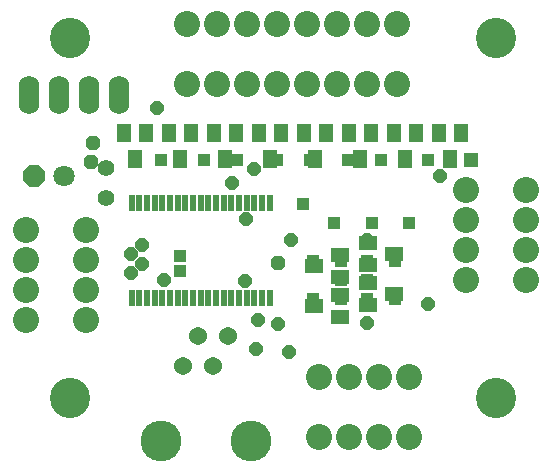
<source format=gbr>
G75*
G70*
%OFA0B0*%
%FSLAX24Y24*%
%IPPOS*%
%LPD*%
%AMOC8*
5,1,8,0,0,1.08239X$1,22.5*
%
%ADD10C,0.1340*%
%ADD11R,0.0474X0.0631*%
%ADD12C,0.0867*%
%ADD13C,0.0710*%
%ADD14OC8,0.0710*%
%ADD15C,0.0605*%
%ADD16C,0.1360*%
%ADD17C,0.0560*%
%ADD18R,0.0198X0.0533*%
%ADD19O,0.0680X0.1280*%
%ADD20R,0.0631X0.0474*%
%ADD21R,0.0434X0.0434*%
%ADD22OC8,0.0434*%
%ADD23R,0.0474X0.0474*%
%ADD24OC8,0.0474*%
D10*
X004029Y005395D03*
X018203Y005395D03*
X018203Y017403D03*
X004029Y017403D03*
D11*
X005811Y014250D03*
X006560Y014250D03*
X007311Y014250D03*
X008060Y014250D03*
X008811Y014250D03*
X009560Y014250D03*
X010311Y014250D03*
X011060Y014250D03*
X011811Y014250D03*
X012560Y014250D03*
X013311Y014250D03*
X014060Y014250D03*
X014811Y014250D03*
X015560Y014250D03*
X016311Y014250D03*
X017060Y014250D03*
X016686Y013384D03*
X015186Y013384D03*
X013686Y013384D03*
X012186Y013384D03*
X010686Y013384D03*
X009186Y013384D03*
X007686Y013384D03*
X006186Y013384D03*
D12*
X004549Y011000D03*
X004549Y010000D03*
X004549Y009000D03*
X004549Y008000D03*
X002553Y008000D03*
X002553Y009000D03*
X002553Y010000D03*
X002553Y011000D03*
X007922Y015860D03*
X008922Y015860D03*
X009922Y015860D03*
X010922Y015860D03*
X011922Y015860D03*
X012922Y015860D03*
X013922Y015860D03*
X014922Y015860D03*
X014922Y017856D03*
X013922Y017856D03*
X012922Y017856D03*
X011922Y017856D03*
X010922Y017856D03*
X009922Y017856D03*
X008922Y017856D03*
X007922Y017856D03*
X017210Y012337D03*
X017210Y011337D03*
X017210Y010337D03*
X017210Y009337D03*
X019206Y009337D03*
X019206Y010337D03*
X019206Y011337D03*
X019206Y012337D03*
X015302Y006112D03*
X014302Y006112D03*
X013302Y006112D03*
X012302Y006112D03*
X012302Y004116D03*
X013302Y004116D03*
X014302Y004116D03*
X015302Y004116D03*
D13*
X003831Y012811D03*
D14*
X002831Y012811D03*
D15*
X008284Y007457D03*
X009284Y007457D03*
X008784Y006457D03*
X007784Y006457D03*
D16*
X007034Y003957D03*
X010034Y003957D03*
D17*
X005219Y012066D03*
X005219Y013066D03*
D18*
X006067Y011914D03*
X006323Y011914D03*
X006579Y011914D03*
X006834Y011914D03*
X007090Y011914D03*
X007346Y011914D03*
X007602Y011914D03*
X007858Y011914D03*
X008114Y011914D03*
X008370Y011914D03*
X008626Y011914D03*
X008882Y011914D03*
X009138Y011914D03*
X009393Y011914D03*
X009649Y011914D03*
X009905Y011914D03*
X010161Y011914D03*
X010417Y011914D03*
X010673Y011914D03*
X010673Y008745D03*
X010417Y008745D03*
X010161Y008745D03*
X009905Y008745D03*
X009649Y008745D03*
X009393Y008745D03*
X009138Y008745D03*
X008882Y008745D03*
X008626Y008745D03*
X008370Y008745D03*
X008114Y008745D03*
X007858Y008745D03*
X007602Y008745D03*
X007346Y008745D03*
X007090Y008745D03*
X006834Y008745D03*
X006579Y008745D03*
X006323Y008745D03*
X006067Y008745D03*
D19*
X005664Y015508D03*
X004664Y015508D03*
X003664Y015508D03*
X002664Y015508D03*
D20*
X012140Y009805D03*
X013006Y010179D03*
X013006Y009431D03*
X013006Y008840D03*
X012140Y008466D03*
X013006Y008092D03*
X013951Y008486D03*
X014817Y008860D03*
X013951Y009234D03*
X013951Y009824D03*
X013951Y010572D03*
X014817Y010198D03*
D21*
X014856Y009962D03*
X013911Y009962D03*
X013911Y009332D03*
X013911Y008702D03*
X013045Y008702D03*
X013045Y009332D03*
X013045Y009962D03*
X012100Y009962D03*
X012100Y008702D03*
X014856Y008702D03*
X015329Y011222D03*
X014069Y011222D03*
X012809Y011222D03*
X011785Y011852D03*
X012021Y013348D03*
X010919Y013348D03*
X009580Y013348D03*
X008478Y013348D03*
X007061Y013348D03*
X007691Y010120D03*
X007691Y009647D03*
X013281Y013348D03*
X014384Y013348D03*
X015958Y013348D03*
D22*
X016352Y012797D03*
X013911Y010671D03*
X011372Y010671D03*
X009895Y011380D03*
X009423Y012561D03*
X010132Y013033D03*
X006903Y015080D03*
X006431Y010513D03*
X006037Y010198D03*
X006431Y009883D03*
X006037Y009569D03*
X007140Y009332D03*
X009836Y009313D03*
X010289Y007994D03*
X010958Y007876D03*
X011313Y006950D03*
X010210Y007049D03*
X013911Y007915D03*
X015958Y008545D03*
D23*
X017376Y013348D03*
D24*
X010958Y009903D03*
X004699Y013269D03*
X004777Y013899D03*
M02*

</source>
